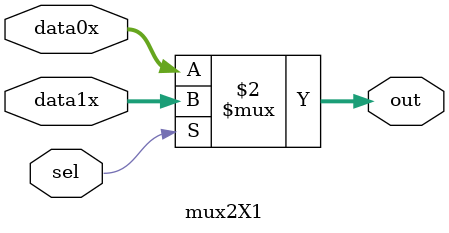
<source format=v>
module mux2X1 #(parameter size = 32) (data0x, data1x, sel, out);

	// inputs	
	input sel;
	input [size - 1 :0] data0x, data1x;
	
	// outputs
	output [size - 1 :0] out;

	// Unit logic
	assign out = (~sel) ? data0x : data1x;
	// 0 : 1 data0x
endmodule


</source>
